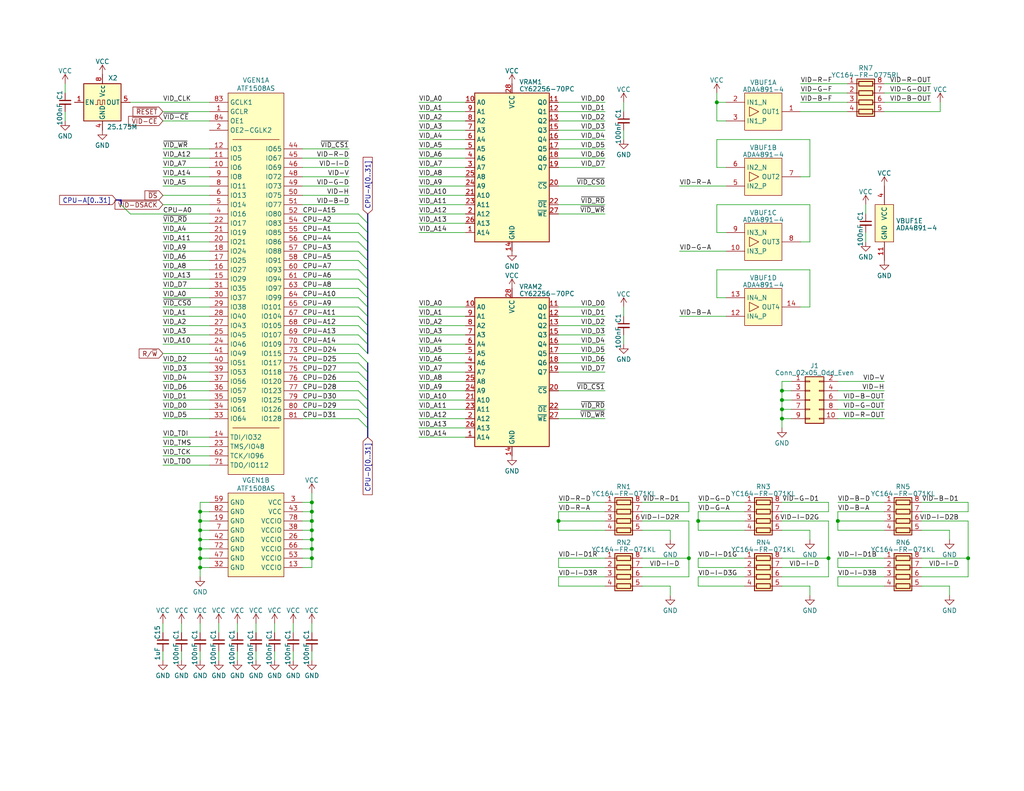
<source format=kicad_sch>
(kicad_sch (version 20230121) (generator eeschema)
  (paper "USLetter")
  (title_block (title "Wrap030 ITX") (date "2023-03-15") (rev "0") (company "techav"))
  (junction (at 54.61 139.7))
  (junction (at 85.09 144.78))
  (junction (at 85.09 149.86))
  (junction (at 228.6 142.24))
  (junction (at 226.06 152.4))
  (junction (at 213.36 111.76))
  (junction (at 54.61 154.94))
  (junction (at 264.16 152.4))
  (junction (at 85.09 152.4))
  (junction (at 85.09 137.16))
  (junction (at 85.09 147.32))
  (junction (at 54.61 152.4))
  (junction (at 213.36 106.68))
  (junction (at 85.09 142.24))
  (junction (at 85.09 139.7))
  (junction (at 54.61 142.24))
  (junction (at 190.5 142.24))
  (junction (at 54.61 149.86))
  (junction (at 54.61 147.32))
  (junction (at 213.36 114.3))
  (junction (at 195.58 27.94))
  (junction (at 54.61 144.78))
  (junction (at 213.36 109.22))
  (junction (at 187.96 152.4))
  (junction (at 152.4 142.24))
  (bus_entry (at 100.33 86.36) (size -2.54 -2.54))
  (bus_entry (at 100.33 96.52) (size -2.54 -2.54))
  (bus_entry (at 100.33 91.44) (size -2.54 -2.54))
  (bus_entry (at 100.33 93.98) (size -2.54 -2.54))
  (bus_entry (at 33.02 55.88) (size 2.54 2.54))
  (bus_entry (at 100.33 106.68) (size -2.54 -2.54))
  (bus_entry (at 100.33 88.9) (size -2.54 -2.54))
  (bus_entry (at 100.33 116.84) (size -2.54 -2.54))
  (bus_entry (at 100.33 63.5) (size -2.54 -2.54))
  (bus_entry (at 100.33 66.04) (size -2.54 -2.54))
  (bus_entry (at 100.33 114.3) (size -2.54 -2.54))
  (bus_entry (at 100.33 81.28) (size -2.54 -2.54))
  (bus_entry (at 100.33 60.96) (size -2.54 -2.54))
  (bus_entry (at 100.33 111.76) (size -2.54 -2.54))
  (bus_entry (at 100.33 68.58) (size -2.54 -2.54))
  (bus_entry (at 100.33 83.82) (size -2.54 -2.54))
  (bus_entry (at 100.33 99.06) (size -2.54 -2.54))
  (bus_entry (at 100.33 109.22) (size -2.54 -2.54))
  (bus_entry (at 100.33 76.2) (size -2.54 -2.54))
  (bus_entry (at 100.33 73.66) (size -2.54 -2.54))
  (bus_entry (at 100.33 71.12) (size -2.54 -2.54))
  (bus_entry (at 100.33 78.74) (size -2.54 -2.54))
  (bus_entry (at 100.33 101.6) (size -2.54 -2.54))
  (bus_entry (at 100.33 104.14) (size -2.54 -2.54))
  (wire (pts (xy 195.58 45.72) (xy 195.58 38.1)))
  (wire (pts (xy 218.44 30.48) (xy 231.14 30.48)))
  (wire (pts (xy 228.6 154.94) (xy 241.3 154.94)))
  (wire (pts (xy 82.55 99.06) (xy 97.79 99.06)))
  (wire (pts (xy 190.5 142.24) (xy 190.5 144.78)))
  (wire (pts (xy 251.46 137.16) (xy 264.16 137.16)))
  (wire (pts (xy 152.4 152.4) (xy 152.4 154.94)))
  (wire (pts (xy 54.61 137.16) (xy 54.61 139.7)))
  (wire (pts (xy 231.14 22.86) (xy 218.44 22.86)))
  (wire (pts (xy 190.5 139.7) (xy 203.2 139.7)))
  (wire (pts (xy 44.45 33.02) (xy 57.15 33.02)))
  (wire (pts (xy 213.36 137.16) (xy 226.06 137.16)))
  (wire (pts (xy 44.45 30.48) (xy 57.15 30.48)))
  (wire (pts (xy 218.44 83.82) (xy 220.98 83.82)))
  (wire (pts (xy 54.61 144.78) (xy 57.15 144.78)))
  (wire (pts (xy 74.93 170.18) (xy 74.93 172.72)))
  (wire (pts (xy 152.4 30.48) (xy 165.1 30.48)))
  (wire (pts (xy 80.01 170.18) (xy 80.01 172.72)))
  (wire (pts (xy 185.42 50.8) (xy 198.12 50.8)))
  (wire (pts (xy 44.45 127) (xy 57.15 127)))
  (wire (pts (xy 190.5 160.02) (xy 203.2 160.02)))
  (wire (pts (xy 190.5 154.94) (xy 203.2 154.94)))
  (wire (pts (xy 175.26 157.48) (xy 187.96 157.48)))
  (wire (pts (xy 152.4 27.94) (xy 165.1 27.94)))
  (wire (pts (xy 251.46 154.94) (xy 261.62 154.94)))
  (wire (pts (xy 82.55 111.76) (xy 97.79 111.76)))
  (wire (pts (xy 218.44 27.94) (xy 231.14 27.94)))
  (wire (pts (xy 82.55 45.72) (xy 95.25 45.72)))
  (wire (pts (xy 85.09 144.78) (xy 85.09 147.32)))
  (wire (pts (xy 82.55 96.52) (xy 97.79 96.52)))
  (wire (pts (xy 54.61 139.7) (xy 54.61 142.24)))
  (wire (pts (xy 82.55 106.68) (xy 97.79 106.68)))
  (wire (pts (xy 213.36 111.76) (xy 215.9 111.76)))
  (wire (pts (xy 195.58 38.1) (xy 220.98 38.1)))
  (wire (pts (xy 228.6 114.3) (xy 241.3 114.3)))
  (wire (pts (xy 114.3 40.64) (xy 127 40.64)))
  (bus (pts (xy 100.33 101.6) (xy 100.33 104.14)))
  (wire (pts (xy 44.45 124.46) (xy 57.15 124.46)))
  (wire (pts (xy 228.6 137.16) (xy 241.3 137.16)))
  (wire (pts (xy 44.45 101.6) (xy 57.15 101.6)))
  (wire (pts (xy 82.55 40.64) (xy 95.25 40.64)))
  (wire (pts (xy 152.4 45.72) (xy 165.1 45.72)))
  (wire (pts (xy 44.45 40.64) (xy 57.15 40.64)))
  (wire (pts (xy 152.4 33.02) (xy 165.1 33.02)))
  (wire (pts (xy 152.4 86.36) (xy 165.1 86.36)))
  (wire (pts (xy 198.12 81.28) (xy 195.58 81.28)))
  (bus (pts (xy 100.33 83.82) (xy 100.33 86.36)))
  (bus (pts (xy 100.33 68.58) (xy 100.33 71.12)))
  (wire (pts (xy 152.4 142.24) (xy 165.1 142.24)))
  (wire (pts (xy 54.61 137.16) (xy 57.15 137.16)))
  (wire (pts (xy 82.55 68.58) (xy 97.79 68.58)))
  (wire (pts (xy 228.6 106.68) (xy 241.3 106.68)))
  (wire (pts (xy 152.4 91.44) (xy 165.1 91.44)))
  (wire (pts (xy 114.3 33.02) (xy 127 33.02)))
  (wire (pts (xy 49.53 170.18) (xy 49.53 172.72)))
  (wire (pts (xy 175.26 154.94) (xy 185.42 154.94)))
  (wire (pts (xy 220.98 160.02) (xy 213.36 160.02)))
  (wire (pts (xy 152.4 38.1) (xy 165.1 38.1)))
  (wire (pts (xy 228.6 139.7) (xy 228.6 142.24)))
  (wire (pts (xy 114.3 119.38) (xy 127 119.38)))
  (wire (pts (xy 114.3 27.94) (xy 127 27.94)))
  (wire (pts (xy 82.55 58.42) (xy 97.79 58.42)))
  (wire (pts (xy 17.78 22.86) (xy 17.78 25.4)))
  (wire (pts (xy 44.45 78.74) (xy 57.15 78.74)))
  (wire (pts (xy 114.3 111.76) (xy 127 111.76)))
  (wire (pts (xy 152.4 157.48) (xy 152.4 160.02)))
  (wire (pts (xy 228.6 142.24) (xy 228.6 144.78)))
  (wire (pts (xy 226.06 142.24) (xy 226.06 152.4)))
  (wire (pts (xy 44.45 88.9) (xy 57.15 88.9)))
  (wire (pts (xy 185.42 86.36) (xy 198.12 86.36)))
  (wire (pts (xy 152.4 157.48) (xy 165.1 157.48)))
  (wire (pts (xy 54.61 170.18) (xy 54.61 172.72)))
  (wire (pts (xy 165.1 58.42) (xy 152.4 58.42)))
  (wire (pts (xy 170.18 93.98) (xy 170.18 91.44)))
  (wire (pts (xy 213.36 157.48) (xy 226.06 157.48)))
  (wire (pts (xy 256.54 30.48) (xy 256.54 27.94)))
  (bus (pts (xy 100.33 63.5) (xy 100.33 66.04)))
  (wire (pts (xy 220.98 38.1) (xy 220.98 48.26)))
  (wire (pts (xy 241.3 27.94) (xy 254 27.94)))
  (wire (pts (xy 44.45 114.3) (xy 57.15 114.3)))
  (wire (pts (xy 251.46 142.24) (xy 264.16 142.24)))
  (bus (pts (xy 100.33 93.98) (xy 100.33 96.52)))
  (wire (pts (xy 44.45 81.28) (xy 57.15 81.28)))
  (wire (pts (xy 59.69 180.34) (xy 59.69 177.8)))
  (wire (pts (xy 220.98 162.56) (xy 220.98 160.02)))
  (wire (pts (xy 195.58 27.94) (xy 198.12 27.94)))
  (wire (pts (xy 152.4 88.9) (xy 165.1 88.9)))
  (wire (pts (xy 190.5 157.48) (xy 190.5 160.02)))
  (bus (pts (xy 100.33 91.44) (xy 100.33 93.98)))
  (bus (pts (xy 100.33 114.3) (xy 100.33 116.84)))
  (wire (pts (xy 220.98 144.78) (xy 213.36 144.78)))
  (wire (pts (xy 114.3 38.1) (xy 127 38.1)))
  (wire (pts (xy 241.3 22.86) (xy 254 22.86)))
  (wire (pts (xy 259.08 147.32) (xy 259.08 144.78)))
  (wire (pts (xy 82.55 142.24) (xy 85.09 142.24)))
  (wire (pts (xy 44.45 170.18) (xy 44.45 172.72)))
  (wire (pts (xy 82.55 104.14) (xy 97.79 104.14)))
  (wire (pts (xy 175.26 139.7) (xy 187.96 139.7)))
  (wire (pts (xy 165.1 50.8) (xy 152.4 50.8)))
  (wire (pts (xy 198.12 33.02) (xy 195.58 33.02)))
  (wire (pts (xy 220.98 73.66) (xy 220.98 83.82)))
  (wire (pts (xy 213.36 111.76) (xy 213.36 114.3)))
  (wire (pts (xy 82.55 114.3) (xy 97.79 114.3)))
  (wire (pts (xy 44.45 99.06) (xy 57.15 99.06)))
  (wire (pts (xy 165.1 111.76) (xy 152.4 111.76)))
  (wire (pts (xy 54.61 139.7) (xy 57.15 139.7)))
  (bus (pts (xy 100.33 111.76) (xy 100.33 114.3)))
  (wire (pts (xy 114.3 114.3) (xy 127 114.3)))
  (wire (pts (xy 114.3 96.52) (xy 127 96.52)))
  (wire (pts (xy 264.16 142.24) (xy 264.16 152.4)))
  (wire (pts (xy 114.3 104.14) (xy 127 104.14)))
  (wire (pts (xy 213.36 106.68) (xy 213.36 109.22)))
  (wire (pts (xy 82.55 76.2) (xy 97.79 76.2)))
  (wire (pts (xy 182.88 160.02) (xy 175.26 160.02)))
  (wire (pts (xy 165.1 55.88) (xy 152.4 55.88)))
  (wire (pts (xy 114.3 101.6) (xy 127 101.6)))
  (wire (pts (xy 114.3 35.56) (xy 127 35.56)))
  (wire (pts (xy 218.44 25.4) (xy 231.14 25.4)))
  (wire (pts (xy 114.3 91.44) (xy 127 91.44)))
  (wire (pts (xy 54.61 180.34) (xy 54.61 177.8)))
  (wire (pts (xy 213.36 106.68) (xy 215.9 106.68)))
  (wire (pts (xy 259.08 144.78) (xy 251.46 144.78)))
  (wire (pts (xy 213.36 109.22) (xy 213.36 111.76)))
  (wire (pts (xy 182.88 144.78) (xy 175.26 144.78)))
  (wire (pts (xy 82.55 50.8) (xy 95.25 50.8)))
  (wire (pts (xy 165.1 114.3) (xy 152.4 114.3)))
  (wire (pts (xy 213.36 114.3) (xy 215.9 114.3)))
  (wire (pts (xy 54.61 149.86) (xy 54.61 152.4)))
  (wire (pts (xy 44.45 55.88) (xy 57.15 55.88)))
  (wire (pts (xy 44.45 53.34) (xy 57.15 53.34)))
  (wire (pts (xy 228.6 111.76) (xy 241.3 111.76)))
  (wire (pts (xy 195.58 63.5) (xy 195.58 55.88)))
  (wire (pts (xy 44.45 180.34) (xy 44.45 177.8)))
  (wire (pts (xy 152.4 142.24) (xy 152.4 144.78)))
  (wire (pts (xy 226.06 137.16) (xy 226.06 139.7)))
  (wire (pts (xy 44.45 104.14) (xy 57.15 104.14)))
  (wire (pts (xy 165.1 106.68) (xy 152.4 106.68)))
  (wire (pts (xy 82.55 83.82) (xy 97.79 83.82)))
  (wire (pts (xy 85.09 152.4) (xy 85.09 154.94)))
  (wire (pts (xy 190.5 137.16) (xy 203.2 137.16)))
  (wire (pts (xy 114.3 43.18) (xy 127 43.18)))
  (wire (pts (xy 44.45 71.12) (xy 57.15 71.12)))
  (wire (pts (xy 198.12 63.5) (xy 195.58 63.5)))
  (wire (pts (xy 152.4 93.98) (xy 165.1 93.98)))
  (wire (pts (xy 195.58 55.88) (xy 220.98 55.88)))
  (wire (pts (xy 236.22 55.88) (xy 236.22 58.42)))
  (bus (pts (xy 100.33 71.12) (xy 100.33 73.66)))
  (wire (pts (xy 82.55 60.96) (xy 97.79 60.96)))
  (wire (pts (xy 114.3 53.34) (xy 127 53.34)))
  (wire (pts (xy 195.58 27.94) (xy 195.58 25.4)))
  (wire (pts (xy 44.45 96.52) (xy 57.15 96.52)))
  (wire (pts (xy 35.56 58.42) (xy 57.15 58.42)))
  (wire (pts (xy 152.4 144.78) (xy 165.1 144.78)))
  (wire (pts (xy 114.3 48.26) (xy 127 48.26)))
  (wire (pts (xy 185.42 68.58) (xy 198.12 68.58)))
  (wire (pts (xy 44.45 106.68) (xy 57.15 106.68)))
  (wire (pts (xy 251.46 152.4) (xy 264.16 152.4)))
  (wire (pts (xy 215.9 104.14) (xy 213.36 104.14)))
  (bus (pts (xy 100.33 99.06) (xy 100.33 101.6)))
  (wire (pts (xy 213.36 114.3) (xy 213.36 116.84)))
  (wire (pts (xy 82.55 48.26) (xy 95.25 48.26)))
  (bus (pts (xy 100.33 104.14) (xy 100.33 106.68)))
  (wire (pts (xy 82.55 154.94) (xy 85.09 154.94)))
  (wire (pts (xy 82.55 86.36) (xy 97.79 86.36)))
  (wire (pts (xy 44.45 119.38) (xy 57.15 119.38)))
  (wire (pts (xy 228.6 157.48) (xy 228.6 160.02)))
  (wire (pts (xy 44.45 50.8) (xy 57.15 50.8)))
  (wire (pts (xy 82.55 55.88) (xy 95.25 55.88)))
  (wire (pts (xy 82.55 149.86) (xy 85.09 149.86)))
  (wire (pts (xy 85.09 142.24) (xy 85.09 144.78)))
  (wire (pts (xy 85.09 147.32) (xy 85.09 149.86)))
  (wire (pts (xy 74.93 180.34) (xy 74.93 177.8)))
  (wire (pts (xy 17.78 33.02) (xy 17.78 30.48)))
  (wire (pts (xy 182.88 162.56) (xy 182.88 160.02)))
  (wire (pts (xy 228.6 139.7) (xy 241.3 139.7)))
  (wire (pts (xy 54.61 147.32) (xy 57.15 147.32)))
  (wire (pts (xy 228.6 109.22) (xy 241.3 109.22)))
  (wire (pts (xy 114.3 86.36) (xy 127 86.36)))
  (wire (pts (xy 114.3 93.98) (xy 127 93.98)))
  (wire (pts (xy 198.12 45.72) (xy 195.58 45.72)))
  (wire (pts (xy 187.96 142.24) (xy 187.96 152.4)))
  (wire (pts (xy 152.4 154.94) (xy 165.1 154.94)))
  (wire (pts (xy 213.36 154.94) (xy 223.52 154.94)))
  (wire (pts (xy 190.5 144.78) (xy 203.2 144.78)))
  (wire (pts (xy 195.58 33.02) (xy 195.58 27.94)))
  (wire (pts (xy 44.45 60.96) (xy 57.15 60.96)))
  (wire (pts (xy 218.44 48.26) (xy 220.98 48.26)))
  (wire (pts (xy 82.55 71.12) (xy 97.79 71.12)))
  (wire (pts (xy 228.6 152.4) (xy 241.3 152.4)))
  (bus (pts (xy 100.33 116.84) (xy 100.33 119.38)))
  (wire (pts (xy 82.55 101.6) (xy 97.79 101.6)))
  (wire (pts (xy 190.5 157.48) (xy 203.2 157.48)))
  (wire (pts (xy 114.3 50.8) (xy 127 50.8)))
  (wire (pts (xy 170.18 27.94) (xy 170.18 30.48)))
  (wire (pts (xy 114.3 83.82) (xy 127 83.82)))
  (wire (pts (xy 182.88 147.32) (xy 182.88 144.78)))
  (wire (pts (xy 82.55 78.74) (xy 97.79 78.74)))
  (wire (pts (xy 228.6 144.78) (xy 241.3 144.78)))
  (wire (pts (xy 175.26 152.4) (xy 187.96 152.4)))
  (wire (pts (xy 152.4 83.82) (xy 165.1 83.82)))
  (wire (pts (xy 220.98 147.32) (xy 220.98 144.78)))
  (wire (pts (xy 54.61 142.24) (xy 54.61 144.78)))
  (wire (pts (xy 44.45 68.58) (xy 57.15 68.58)))
  (bus (pts (xy 100.33 78.74) (xy 100.33 81.28)))
  (wire (pts (xy 152.4 40.64) (xy 165.1 40.64)))
  (wire (pts (xy 152.4 139.7) (xy 152.4 142.24)))
  (wire (pts (xy 114.3 45.72) (xy 127 45.72)))
  (wire (pts (xy 69.85 180.34) (xy 69.85 177.8)))
  (bus (pts (xy 100.33 66.04) (xy 100.33 68.58)))
  (bus (pts (xy 33.02 54.61) (xy 33.02 55.88)))
  (wire (pts (xy 44.45 86.36) (xy 57.15 86.36)))
  (wire (pts (xy 228.6 104.14) (xy 241.3 104.14)))
  (wire (pts (xy 152.4 35.56) (xy 165.1 35.56)))
  (wire (pts (xy 114.3 30.48) (xy 127 30.48)))
  (wire (pts (xy 85.09 149.86) (xy 85.09 152.4)))
  (wire (pts (xy 85.09 170.18) (xy 85.09 172.72)))
  (wire (pts (xy 82.55 152.4) (xy 85.09 152.4)))
  (wire (pts (xy 82.55 137.16) (xy 85.09 137.16)))
  (wire (pts (xy 44.45 45.72) (xy 57.15 45.72)))
  (wire (pts (xy 82.55 139.7) (xy 85.09 139.7)))
  (wire (pts (xy 152.4 152.4) (xy 165.1 152.4)))
  (wire (pts (xy 114.3 88.9) (xy 127 88.9)))
  (wire (pts (xy 114.3 60.96) (xy 127 60.96)))
  (wire (pts (xy 85.09 180.34) (xy 85.09 177.8)))
  (wire (pts (xy 44.45 63.5) (xy 57.15 63.5)))
  (wire (pts (xy 44.45 43.18) (xy 57.15 43.18)))
  (wire (pts (xy 175.26 142.24) (xy 187.96 142.24)))
  (wire (pts (xy 44.45 111.76) (xy 57.15 111.76)))
  (bus (pts (xy 100.33 60.96) (xy 100.33 63.5)))
  (wire (pts (xy 228.6 142.24) (xy 241.3 142.24)))
  (wire (pts (xy 44.45 109.22) (xy 57.15 109.22)))
  (wire (pts (xy 80.01 180.34) (xy 80.01 177.8)))
  (wire (pts (xy 82.55 91.44) (xy 97.79 91.44)))
  (wire (pts (xy 82.55 109.22) (xy 97.79 109.22)))
  (wire (pts (xy 152.4 160.02) (xy 165.1 160.02)))
  (wire (pts (xy 175.26 137.16) (xy 187.96 137.16)))
  (wire (pts (xy 264.16 152.4) (xy 264.16 157.48)))
  (wire (pts (xy 82.55 81.28) (xy 97.79 81.28)))
  (wire (pts (xy 82.55 144.78) (xy 85.09 144.78)))
  (wire (pts (xy 44.45 66.04) (xy 57.15 66.04)))
  (wire (pts (xy 114.3 116.84) (xy 127 116.84)))
  (wire (pts (xy 114.3 55.88) (xy 127 55.88)))
  (wire (pts (xy 152.4 96.52) (xy 165.1 96.52)))
  (wire (pts (xy 82.55 88.9) (xy 97.79 88.9)))
  (wire (pts (xy 190.5 152.4) (xy 190.5 154.94)))
  (wire (pts (xy 251.46 139.7) (xy 264.16 139.7)))
  (wire (pts (xy 187.96 137.16) (xy 187.96 139.7)))
  (wire (pts (xy 170.18 83.82) (xy 170.18 86.36)))
  (wire (pts (xy 44.45 121.92) (xy 57.15 121.92)))
  (wire (pts (xy 213.36 142.24) (xy 226.06 142.24)))
  (wire (pts (xy 82.55 63.5) (xy 97.79 63.5)))
  (wire (pts (xy 251.46 157.48) (xy 264.16 157.48)))
  (bus (pts (xy 100.33 106.68) (xy 100.33 109.22)))
  (wire (pts (xy 82.55 53.34) (xy 95.25 53.34)))
  (wire (pts (xy 190.5 152.4) (xy 203.2 152.4)))
  (bus (pts (xy 100.33 73.66) (xy 100.33 76.2)))
  (wire (pts (xy 44.45 83.82) (xy 57.15 83.82)))
  (wire (pts (xy 54.61 152.4) (xy 57.15 152.4)))
  (wire (pts (xy 69.85 170.18) (xy 69.85 172.72)))
  (bus (pts (xy 100.33 86.36) (xy 100.33 88.9)))
  (wire (pts (xy 44.45 73.66) (xy 57.15 73.66)))
  (bus (pts (xy 100.33 76.2) (xy 100.33 78.74)))
  (wire (pts (xy 85.09 139.7) (xy 85.09 142.24)))
  (wire (pts (xy 259.08 162.56) (xy 259.08 160.02)))
  (wire (pts (xy 190.5 139.7) (xy 190.5 142.24)))
  (wire (pts (xy 228.6 157.48) (xy 241.3 157.48)))
  (wire (pts (xy 241.3 30.48) (xy 256.54 30.48)))
  (bus (pts (xy 100.33 81.28) (xy 100.33 83.82)))
  (wire (pts (xy 170.18 38.1) (xy 170.18 35.56)))
  (wire (pts (xy 64.77 170.18) (xy 64.77 172.72)))
  (wire (pts (xy 44.45 76.2) (xy 57.15 76.2)))
  (wire (pts (xy 82.55 93.98) (xy 97.79 93.98)))
  (wire (pts (xy 54.61 142.24) (xy 57.15 142.24)))
  (bus (pts (xy 100.33 109.22) (xy 100.33 111.76)))
  (wire (pts (xy 54.61 152.4) (xy 54.61 154.94)))
  (wire (pts (xy 264.16 137.16) (xy 264.16 139.7)))
  (bus (pts (xy 100.33 58.42) (xy 100.33 60.96)))
  (wire (pts (xy 213.36 104.14) (xy 213.36 106.68)))
  (wire (pts (xy 213.36 152.4) (xy 226.06 152.4)))
  (wire (pts (xy 152.4 137.16) (xy 165.1 137.16)))
  (wire (pts (xy 152.4 101.6) (xy 165.1 101.6)))
  (wire (pts (xy 195.58 73.66) (xy 220.98 73.66)))
  (wire (pts (xy 114.3 109.22) (xy 127 109.22)))
  (wire (pts (xy 54.61 154.94) (xy 54.61 157.48)))
  (wire (pts (xy 226.06 152.4) (xy 226.06 157.48)))
  (wire (pts (xy 241.3 25.4) (xy 254 25.4)))
  (wire (pts (xy 82.55 147.32) (xy 85.09 147.32)))
  (wire (pts (xy 213.36 109.22) (xy 215.9 109.22)))
  (wire (pts (xy 82.55 66.04) (xy 97.79 66.04)))
  (wire (pts (xy 114.3 99.06) (xy 127 99.06)))
  (wire (pts (xy 152.4 99.06) (xy 165.1 99.06)))
  (bus (pts (xy 33.02 54.61) (xy 31.75 54.61)))
  (wire (pts (xy 54.61 154.94) (xy 57.15 154.94)))
  (wire (pts (xy 187.96 152.4) (xy 187.96 157.48)))
  (wire (pts (xy 85.09 137.16) (xy 85.09 139.7)))
  (wire (pts (xy 44.45 91.44) (xy 57.15 91.44)))
  (wire (pts (xy 218.44 66.04) (xy 220.98 66.04)))
  (wire (pts (xy 82.55 43.18) (xy 95.25 43.18)))
  (wire (pts (xy 35.56 27.94) (xy 57.15 27.94)))
  (wire (pts (xy 114.3 58.42) (xy 127 58.42)))
  (wire (pts (xy 213.36 139.7) (xy 226.06 139.7)))
  (wire (pts (xy 54.61 147.32) (xy 54.61 149.86)))
  (wire (pts (xy 220.98 55.88) (xy 220.98 66.04)))
  (wire (pts (xy 195.58 81.28) (xy 195.58 73.66)))
  (wire (pts (xy 54.61 144.78) (xy 54.61 147.32)))
  (wire (pts (xy 82.55 73.66) (xy 97.79 73.66)))
  (wire (pts (xy 190.5 142.24) (xy 203.2 142.24)))
  (wire (pts (xy 44.45 48.26) (xy 57.15 48.26)))
  (wire (pts (xy 152.4 43.18) (xy 165.1 43.18)))
  (wire (pts (xy 114.3 63.5) (xy 127 63.5)))
  (wire (pts (xy 49.53 180.34) (xy 49.53 177.8)))
  (wire (pts (xy 64.77 180.34) (xy 64.77 177.8)))
  (wire (pts (xy 152.4 139.7) (xy 165.1 139.7)))
  (bus (pts (xy 100.33 88.9) (xy 100.33 91.44)))
  (wire (pts (xy 54.61 149.86) (xy 57.15 149.86)))
  (wire (pts (xy 259.08 160.02) (xy 251.46 160.02)))
  (wire (pts (xy 236.22 66.04) (xy 236.22 63.5)))
  (wire (pts (xy 44.45 93.98) (xy 57.15 93.98)))
  (wire (pts (xy 85.09 134.62) (xy 85.09 137.16)))
  (wire (pts (xy 114.3 106.68) (xy 127 106.68)))
  (wire (pts (xy 228.6 160.02) (xy 241.3 160.02)))
  (wire (pts (xy 228.6 152.4) (xy 228.6 154.94)))
  (wire (pts (xy 59.69 170.18) (xy 59.69 172.72)))
  (label "VID-I-D3G" (at 190.5 157.48 0))
  (label "CPU-D24" (at 82.55 96.52 0))
  (label "VID_A2" (at 44.45 88.9 0))
  (label "VID-I-D2R" (at 185.42 142.24 180))
  (label "VID_A11" (at 114.3 111.76 0))
  (label "VID_D3" (at 165.1 91.44 180))
  (label "VID_A3" (at 44.45 91.44 0))
  (label "VID_A8" (at 44.45 73.66 0))
  (label "VID_D1" (at 44.45 109.22 0))
  (label "CPU-A6" (at 82.55 76.2 0))
  (label "VID_D0" (at 44.45 111.76 0))
  (label "VID-R-OUT" (at 254 22.86 180))
  (label "VID-I-D1R" (at 152.4 152.4 0))
  (label "VID-R-D" (at 95.25 43.18 180))
  (label "VID-B-D1" (at 261.62 137.16 180))
  (label "~{VID_CS0}" (at 165.1 50.8 180))
  (label "VID_D4" (at 165.1 93.98 180))
  (label "VID_A12" (at 114.3 58.42 0))
  (label "CPU-D31" (at 82.55 114.3 0))
  (label "VID_D5" (at 165.1 40.64 180))
  (label "VID-I-D" (at 261.62 154.94 180))
  (label "VID-R-F" (at 218.44 22.86 0))
  (label "VID_A10" (at 44.45 93.98 0))
  (label "VID_A11" (at 114.3 55.88 0))
  (label "VID_D2" (at 165.1 33.02 180))
  (label "VID-G-F" (at 218.44 25.4 0))
  (label "~{VID_CS1}" (at 95.25 40.64 180))
  (label "VID_D6" (at 44.45 106.68 0))
  (label "VID_A1" (at 44.45 86.36 0))
  (label "VID-R-D1" (at 185.42 137.16 180))
  (label "CPU-A3" (at 82.55 68.58 0))
  (label "VID_A8" (at 114.3 104.14 0))
  (label "VID-B-A" (at 185.42 86.36 0))
  (label "VID_A0" (at 114.3 27.94 0))
  (label "VID_D3" (at 44.45 101.6 0))
  (label "CPU-A8" (at 82.55 78.74 0))
  (label "VID_A4" (at 114.3 38.1 0))
  (label "VID_D2" (at 165.1 88.9 180))
  (label "VID_D6" (at 165.1 43.18 180))
  (label "VID_D5" (at 44.45 114.3 0))
  (label "VID-H" (at 95.25 53.34 180))
  (label "VID-I-D1G" (at 190.5 152.4 0))
  (label "VID_A0" (at 114.3 83.82 0))
  (label "VID_TDO" (at 44.45 127 0))
  (label "VID-I-D2G" (at 223.52 142.24 180))
  (label "VID_A12" (at 114.3 114.3 0))
  (label "VID-B-OUT" (at 254 27.94 180))
  (label "CPU-D30" (at 82.55 109.22 0))
  (label "VID_D5" (at 165.1 96.52 180))
  (label "VID_A2" (at 114.3 33.02 0))
  (label "CPU-A7" (at 82.55 73.66 0))
  (label "VID_A3" (at 114.3 35.56 0))
  (label "VID-V" (at 241.3 104.14 180))
  (label "VID-R-OUT" (at 241.3 114.3 180))
  (label "~{VID_CS0}" (at 44.45 83.82 0))
  (label "VID-G-D1" (at 223.52 137.16 180))
  (label "VID_D4" (at 165.1 38.1 180))
  (label "VID_A4" (at 114.3 93.98 0))
  (label "CPU-D26" (at 82.55 104.14 0))
  (label "VID_A14" (at 114.3 63.5 0))
  (label "VID_A9" (at 44.45 68.58 0))
  (label "VID-I-D1B" (at 228.6 152.4 0))
  (label "VID_A11" (at 44.45 66.04 0))
  (label "~{VID_RD}" (at 44.45 60.96 0))
  (label "VID-I-D2B" (at 261.62 142.24 180))
  (label "CPU-A5" (at 82.55 71.12 0))
  (label "VID-R-A" (at 185.42 50.8 0))
  (label "VID_A5" (at 114.3 40.64 0))
  (label "VID-B-A" (at 228.6 139.7 0))
  (label "CPU-D29" (at 82.55 111.76 0))
  (label "CPU-A4" (at 82.55 66.04 0))
  (label "~{VID_WR}" (at 44.45 40.64 0))
  (label "VID_D1" (at 165.1 30.48 180))
  (label "VID_A13" (at 114.3 116.84 0))
  (label "CPU-A9" (at 82.55 83.82 0))
  (label "VID_CLK" (at 44.45 27.94 0))
  (label "VID-B-F" (at 218.44 27.94 0))
  (label "VID_TMS" (at 44.45 121.92 0))
  (label "VID-V" (at 95.25 48.26 180))
  (label "VID_A3" (at 114.3 91.44 0))
  (label "~{VID-CE}" (at 44.45 33.02 0))
  (label "VID_A12" (at 44.45 43.18 0))
  (label "CPU-A11" (at 82.55 86.36 0))
  (label "VID-I-D3B" (at 228.6 157.48 0))
  (label "VID_A1" (at 114.3 86.36 0))
  (label "VID_D6" (at 165.1 99.06 180))
  (label "VID_D2" (at 44.45 99.06 0))
  (label "VID-B-OUT" (at 241.3 109.22 180))
  (label "VID-B-D" (at 228.6 137.16 0))
  (label "VID_A10" (at 114.3 53.34 0))
  (label "VID_A4" (at 44.45 63.5 0))
  (label "~{VID_WR}" (at 165.1 114.3 180))
  (label "CPU-A13" (at 82.55 91.44 0))
  (label "VID_A10" (at 114.3 109.22 0))
  (label "VID_D0" (at 165.1 27.94 180))
  (label "VID-I-D3R" (at 152.4 157.48 0))
  (label "VID_A8" (at 114.3 48.26 0))
  (label "~{VID_RD}" (at 165.1 55.88 180))
  (label "VID_A13" (at 114.3 60.96 0))
  (label "VID-I-D" (at 185.42 154.94 180))
  (label "VID-G-A" (at 190.5 139.7 0))
  (label "CPU-A10" (at 82.55 81.28 0))
  (label "VID_A9" (at 114.3 106.68 0))
  (label "CPU-D28" (at 82.55 106.68 0))
  (label "VID_A6" (at 44.45 71.12 0))
  (label "VID-G-OUT" (at 254 25.4 180))
  (label "VID-H" (at 241.3 106.68 180))
  (label "VID_D0" (at 165.1 83.82 180))
  (label "CPU-D25" (at 82.55 99.06 0))
  (label "VID_A2" (at 114.3 88.9 0))
  (label "~{VID_RD}" (at 165.1 111.76 180))
  (label "VID_D7" (at 165.1 45.72 180))
  (label "CPU-D27" (at 82.55 101.6 0))
  (label "VID_A5" (at 114.3 96.52 0))
  (label "VID_A6" (at 114.3 43.18 0))
  (label "~{VID_WR}" (at 165.1 58.42 180))
  (label "VID-G-D" (at 190.5 137.16 0))
  (label "VID_D4" (at 44.45 104.14 0))
  (label "VID-G-OUT" (at 241.3 111.76 180))
  (label "VID_A7" (at 44.45 45.72 0))
  (label "VID_TCK" (at 44.45 124.46 0))
  (label "CPU-A2" (at 82.55 60.96 0))
  (label "CPU-A14" (at 82.55 93.98 0))
  (label "VID_D7" (at 165.1 101.6 180))
  (label "CPU-A12" (at 82.55 88.9 0))
  (label "VID_A5" (at 44.45 50.8 0))
  (label "CPU-A0" (at 44.45 58.42 0))
  (label "CPU-A1" (at 82.55 63.5 0))
  (label "~{VID_CS1}" (at 165.1 106.68 180))
  (label "VID_D3" (at 165.1 35.56 180))
  (label "VID-R-A" (at 152.4 139.7 0))
  (label "VID_D7" (at 44.45 78.74 0))
  (label "VID-R-D" (at 152.4 137.16 0))
  (label "VID_A14" (at 44.45 48.26 0))
  (label "VID_TDI" (at 44.45 119.38 0))
  (label "VID_A13" (at 44.45 76.2 0))
  (label "CPU-A15" (at 82.55 58.42 0))
  (label "VID-G-A" (at 185.42 68.58 0))
  (label "VID-G-D" (at 95.25 50.8 180))
  (label "VID_A7" (at 114.3 45.72 0))
  (label "VID-B-D" (at 95.25 55.88 180))
  (label "VID_A6" (at 114.3 99.06 0))
  (label "VID_A1" (at 114.3 30.48 0))
  (label "VID_A0" (at 44.45 81.28 0))
  (label "VID_A9" (at 114.3 50.8 0))
  (label "VID_A7" (at 114.3 101.6 0))
  (label "VID-I-D" (at 223.52 154.94 180))
  (label "VID-I-D" (at 95.25 45.72 180))
  (label "VID_D1" (at 165.1 86.36 180))
  (label "VID_A14" (at 114.3 119.38 0))
  (global_label "~{VID-CE}" (shape input) (at 44.45 33.02 180) (property "Intersheetrefs" "${INTERSHEET_REFS}" (effects hide)))
  (global_label "R{slash}~{W}" (shape input) (at 44.45 96.52 180) (property "Intersheetrefs" "${INTERSHEET_REFS}" (effects hide)))
  (global_label "CPU-A[0..31]" (shape input) (at 100.33 58.42 90) (property "Intersheetrefs" "${INTERSHEET_REFS}" (effects hide)))
  (global_label "~{RESET}" (shape input) (at 44.45 30.48 180) (property "Intersheetrefs" "${INTERSHEET_REFS}" (effects hide)))
  (global_label "~{DS}" (shape input) (at 44.45 53.34 180) (property "Intersheetrefs" "${INTERSHEET_REFS}" (effects hide)))
  (global_label "~{VID-DSACK}" (shape input) (at 44.45 55.88 180) (property "Intersheetrefs" "${INTERSHEET_REFS}" (effects hide)))
  (global_label "CPU-A[0..31]" (shape input) (at 31.75 54.61 180) (property "Intersheetrefs" "${INTERSHEET_REFS}" (effects hide)))
  (global_label "CPU-D[0..31]" (shape input) (at 100.33 119.38 270) (property "Intersheetrefs" "${INTERSHEET_REFS}" (effects hide)))
  (symbol (lib_id "power:GND") (at 54.61 157.48 0) (unit 1)
    (property "Reference" "#PWR045" (effects hide))
    (property "Value" "GND" (at 54.61 161.6155 0))
  )
  (symbol (lib_id "Device:C_Small") (at 236.22 60.96 0) (unit 1)
    (property "Reference" "C1" (at 234.7341 60.3226 90) (effects (justify left)))
    (property "Value" "100nF" (at 234.7341 67.3236 90) (effects (justify left)))
    (property "Footprint" "Capacitor_SMD:C_0805_2012Metric" (effects hide))
    (instances (project "Wrap030-ITX" (path "" (reference "C1") (unit 1)) (path "" (reference "C32") (unit 1))))
  )
  (symbol (lib_id "Device:C_Small") (at 170.18 33.02 0) (unit 1)
    (property "Reference" "C1" (at 168.6941 32.3826 90) (effects (justify left)))
    (property "Value" "100nF" (at 168.6941 39.3836 90) (effects (justify left)))
    (property "Footprint" "Capacitor_SMD:C_0805_2012Metric" (effects hide))
    (instances (project "Wrap030-ITX" (path "" (reference "C1") (unit 1)) (path "" (reference "C28") (unit 1))))
  )
  (symbol (lib_id "Memory_RAM:CY62256-70PC") (at 139.7 101.6 0) (unit 1)
    (property "Reference" "VRAM2" (at 141.6559 78.2701 0) (effects (justify left)))
    (property "Value" "CY62256-70PC" (at 141.6559 80.1911 0) (effects (justify left)))
    (property "Footprint" "Package_DIP:DIP-28_W15.24mm" (effects hide))
    (property "Datasheet" "https://ecee.colorado.edu/~mcclurel/Cypress_SRAM_CY62256.pdf" (effects hide))
  )
  (symbol (lib_id "power:VCC") (at 139.7 78.74 0) (unit 1)
    (property "Reference" "#PWR043" (effects hide))
    (property "Value" "VCC" (at 139.7 75.2381 0))
  )
  (symbol (lib_id "Wrap030-ITX:ATF1508AS") (at 69.85 25.4 0) (unit 1)
    (property "Reference" "VGEN1" (at 69.85 21.8981 0))
    (property "Value" "ATF1508AS" (at 69.85 24.13 0))
    (property "Footprint" "Package_LCC:PLCC-84_THT-Socket" (effects hide))
  )
  (symbol (lib_id "Connector_Generic:Conn_02x05_Odd_Even") (at 220.98 109.22 0) (unit 1)
    (property "Reference" "J1" (at 222.25 99.8601 0))
    (property "Value" "Conn_02x05_Odd_Even" (at 222.25 101.7811 0))
  )
  (symbol (lib_id "power:VCC") (at 85.09 134.62 0) (unit 1)
    (property "Reference" "#PWR046" (effects hide))
    (property "Value" "VCC" (at 85.09 131.1181 0))
  )
  (symbol (lib_id "power:GND") (at 69.85 180.34 0) (unit 1)
    (property "Reference" "#PWR04" (effects hide))
    (property "Value" "GND" (at 69.85 184.4755 0))
    (instances (project "Wrap030-ITX" (path "" (reference "#PWR04") (unit 1)) (path "" (reference "#PWR058") (unit 1))))
  )
  (symbol (lib_id "Device:R_Pack04") (at 236.22 27.94 270) (unit 1)
    (property "Reference" "RN7" (at 236.22 18.5801 90))
    (property "Value" "YC164-FR-0775RL" (at 236.22 20.5011 90))
    (property "Footprint" "Resistor_SMD:R_Array_Convex_4x1206" (effects hide))
  )
  (symbol (lib_id "power:VCC") (at 80.01 170.18 0) (unit 1)
    (property "Reference" "#PWR03" (effects hide))
    (property "Value" "VCC" (at 80.01 166.6781 0))
    (instances (project "Wrap030-ITX" (path "" (reference "#PWR03") (unit 1)) (path "" (reference "#PWR061") (unit 1))))
  )
  (symbol (lib_id "power:GND") (at 44.45 180.34 0) (unit 1)
    (property "Reference" "#PWR032" (effects hide))
    (property "Value" "GND" (at 44.45 184.4755 0))
    (instances (project "Wrap030-ITX" (path "" (reference "#PWR032") (unit 1)) (path "" (reference "#PWR048") (unit 1))))
  )
  (symbol (lib_id "Wrap030-ITX:ATF1508AS") (at 69.85 134.62 0) (unit 2)
    (property "Reference" "VGEN1" (at 69.85 131.1181 0))
    (property "Value" "ATF1508AS" (at 69.85 133.35 0))
    (property "Footprint" "Package_LCC:PLCC-84_THT-Socket" (effects hide))
  )
  (symbol (lib_id "power:GND") (at 170.18 38.1 0) (unit 1)
    (property "Reference" "#PWR04" (effects hide))
    (property "Value" "GND" (at 170.18 42.2355 0))
    (instances (project "Wrap030-ITX" (path "" (reference "#PWR04") (unit 1)) (path "" (reference "#PWR066") (unit 1))))
  )
  (symbol (lib_id "Device:R_Pack04") (at 208.28 142.24 270) (unit 1)
    (property "Reference" "RN3" (at 208.28 132.8801 90))
    (property "Value" "YC164-FR-071KL" (at 208.28 134.8011 90))
    (property "Footprint" "Resistor_SMD:R_Array_Convex_4x1206" (effects hide))
    (property "Datasheet" "https://www.mouser.com/datasheet/2/447/PYu_YC_TC_group_51_RoHS_L_9-3003033.pdf" (effects hide))
  )
  (symbol (lib_id "power:GND") (at 182.88 162.56 0) (unit 1)
    (property "Reference" "#PWR04" (effects hide))
    (property "Value" "GND" (at 182.88 166.6955 0))
    (instances (project "Wrap030-ITX" (path "" (reference "#PWR04") (unit 1)) (path "" (reference "#PWR079") (unit 1))))
  )
  (symbol (lib_id "power:GND") (at 220.98 147.32 0) (unit 1)
    (property "Reference" "#PWR04" (effects hide))
    (property "Value" "GND" (at 220.98 151.4555 0))
    (instances (project "Wrap030-ITX" (path "" (reference "#PWR04") (unit 1)) (path "" (reference "#PWR080") (unit 1))))
  )
  (symbol (lib_id "Oscillator:CXO_DIP8") (at 27.94 27.94 0) (unit 1)
    (property "Reference" "X2" (at 30.7994 21.2979 0))
    (property "Value" "25.175M" (at 33.3394 34.6489 0))
    (property "Footprint" "Oscillator:Oscillator_DIP-8" (effects hide))
    (property "Datasheet" "http://cdn-reichelt.de/documents/datenblatt/B400/OSZI.pdf" (effects hide))
  )
  (symbol (lib_id "Device:C_Small") (at 74.93 175.26 0) (unit 1)
    (property "Reference" "C1" (at 73.4441 174.6226 90) (effects (justify left)))
    (property "Value" "100nF" (at 73.4441 181.6236 90) (effects (justify left)))
    (property "Footprint" "Capacitor_SMD:C_0805_2012Metric" (effects hide))
    (instances (project "Wrap030-ITX" (path "" (reference "C1") (unit 1)) (path "" (reference "C25") (unit 1))))
  )
  (symbol (lib_id "Device:R_Pack04") (at 170.18 142.24 270) (unit 1)
    (property "Reference" "RN1" (at 170.18 132.8801 90))
    (property "Value" "YC164-FR-071KL" (at 170.18 134.8011 90))
    (property "Footprint" "Resistor_SMD:R_Array_Convex_4x1206" (effects hide))
    (property "Datasheet" "https://www.mouser.com/datasheet/2/447/PYu_YC_TC_group_51_RoHS_L_9-3003033.pdf" (effects hide))
  )
  (symbol (lib_id "Wrap030-ITX:ADA4891-4") (at 208.28 60.96 0) (unit 3)
    (property "Reference" "VBUF1" (at 208.28 58.0771 0))
    (property "Value" "ADA4891-4" (at 208.28 59.9981 0))
    (property "Footprint" "Package_SO:SOIC-14_3.9x8.7mm_P1.27mm" (effects hide))
  )
  (symbol (lib_id "power:GND") (at 213.36 116.84 0) (unit 1)
    (property "Reference" "#PWR04" (effects hide))
    (property "Value" "GND" (at 213.36 120.9755 0))
    (instances (project "Wrap030-ITX" (path "" (reference "#PWR04") (unit 1)) (path "" (reference "#PWR089") (unit 1))))
  )
  (symbol (lib_id "power:GND") (at 170.18 93.98 0) (unit 1)
    (property "Reference" "#PWR04" (effects hide))
    (property "Value" "GND" (at 170.18 98.1155 0))
    (instances (project "Wrap030-ITX" (path "" (reference "#PWR04") (unit 1)) (path "" (reference "#PWR068") (unit 1))))
  )
  (symbol (lib_id "power:VCC") (at 236.22 55.88 0) (unit 1)
    (property "Reference" "#PWR03" (effects hide))
    (property "Value" "VCC" (at 236.22 52.3781 0))
    (instances (project "Wrap030-ITX" (path "" (reference "#PWR03") (unit 1)) (path "" (reference "#PWR085") (unit 1))))
  )
  (symbol (lib_id "power:VCC") (at 74.93 170.18 0) (unit 1)
    (property "Reference" "#PWR03" (effects hide))
    (property "Value" "VCC" (at 74.93 166.6781 0))
    (instances (project "Wrap030-ITX" (path "" (reference "#PWR03") (unit 1)) (path "" (reference "#PWR059") (unit 1))))
  )
  (symbol (lib_id "Device:R_Pack04") (at 246.38 142.24 270) (unit 1)
    (property "Reference" "RN5" (at 246.38 132.8801 90))
    (property "Value" "YC164-FR-071KL" (at 246.38 134.8011 90))
    (property "Footprint" "Resistor_SMD:R_Array_Convex_4x1206" (effects hide))
    (property "Datasheet" "https://www.mouser.com/datasheet/2/447/PYu_YC_TC_group_51_RoHS_L_9-3003033.pdf" (effects hide))
  )
  (symbol (lib_id "power:GND") (at 64.77 180.34 0) (unit 1)
    (property "Reference" "#PWR04" (effects hide))
    (property "Value" "GND" (at 64.77 184.4755 0))
    (instances (project "Wrap030-ITX" (path "" (reference "#PWR04") (unit 1)) (path "" (reference "#PWR056") (unit 1))))
  )
  (symbol (lib_id "Device:C_Small") (at 69.85 175.26 0) (unit 1)
    (property "Reference" "C1" (at 68.3641 174.6226 90) (effects (justify left)))
    (property "Value" "100nF" (at 68.3641 181.6236 90) (effects (justify left)))
    (property "Footprint" "Capacitor_SMD:C_0805_2012Metric" (effects hide))
    (instances (project "Wrap030-ITX" (path "" (reference "C1") (unit 1)) (path "" (reference "C24") (unit 1))))
  )
  (symbol (lib_id "Wrap030-ITX:ADA4891-4") (at 208.28 78.74 0) (unit 4)
    (property "Reference" "VBUF1" (at 208.28 75.8571 0))
    (property "Value" "ADA4891-4" (at 208.28 77.7781 0))
    (property "Footprint" "Package_SO:SOIC-14_3.9x8.7mm_P1.27mm" (effects hide))
  )
  (symbol (lib_id "power:VCC") (at 139.7 22.86 0) (unit 1)
    (property "Reference" "#PWR041" (effects hide))
    (property "Value" "VCC" (at 139.7 19.3581 0))
  )
  (symbol (lib_id "power:GND") (at 80.01 180.34 0) (unit 1)
    (property "Reference" "#PWR04" (effects hide))
    (property "Value" "GND" (at 80.01 184.4755 0))
    (instances (project "Wrap030-ITX" (path "" (reference "#PWR04") (unit 1)) (path "" (reference "#PWR062") (unit 1))))
  )
  (symbol (lib_id "power:GND") (at 85.09 180.34 0) (unit 1)
    (property "Reference" "#PWR04" (effects hide))
    (property "Value" "GND" (at 85.09 184.4755 0))
    (instances (project "Wrap030-ITX" (path "" (reference "#PWR04") (unit 1)) (path "" (reference "#PWR064") (unit 1))))
  )
  (symbol (lib_id "power:GND") (at 259.08 162.56 0) (unit 1)
    (property "Reference" "#PWR04" (effects hide))
    (property "Value" "GND" (at 259.08 166.6955 0))
    (instances (project "Wrap030-ITX" (path "" (reference "#PWR04") (unit 1)) (path "" (reference "#PWR083") (unit 1))))
  )
  (symbol (lib_id "power:GND") (at 241.3 71.12 0) (unit 1)
    (property "Reference" "#PWR04" (effects hide))
    (property "Value" "GND" (at 241.3 75.2555 0))
    (instances (project "Wrap030-ITX" (path "" (reference "#PWR04") (unit 1)) (path "" (reference "#PWR088") (unit 1))))
  )
  (symbol (lib_id "power:GND") (at 259.08 147.32 0) (unit 1)
    (property "Reference" "#PWR04" (effects hide))
    (property "Value" "GND" (at 259.08 151.4555 0))
    (instances (project "Wrap030-ITX" (path "" (reference "#PWR04") (unit 1)) (path "" (reference "#PWR082") (unit 1))))
  )
  (symbol (lib_id "power:VCC") (at 64.77 170.18 0) (unit 1)
    (property "Reference" "#PWR03" (effects hide))
    (property "Value" "VCC" (at 64.77 166.6781 0))
    (instances (project "Wrap030-ITX" (path "" (reference "#PWR03") (unit 1)) (path "" (reference "#PWR055") (unit 1))))
  )
  (symbol (lib_id "Device:C_Small") (at 64.77 175.26 0) (unit 1)
    (property "Reference" "C1" (at 63.2841 174.6226 90) (effects (justify left)))
    (property "Value" "100nF" (at 63.2841 181.6236 90) (effects (justify left)))
    (property "Footprint" "Capacitor_SMD:C_0805_2012Metric" (effects hide))
    (instances (project "Wrap030-ITX" (path "" (reference "C1") (unit 1)) (path "" (reference "C23") (unit 1))))
  )
  (symbol (lib_id "Wrap030-ITX:ADA4891-4") (at 238.76 60.96 90) (unit 5)
    (property "Reference" "VBUF1" (at 244.475 60.3163 90) (effects (justify right)))
    (property "Value" "ADA4891-4" (at 244.475 62.2373 90) (effects (justify right)))
    (property "Footprint" "Package_SO:SOIC-14_3.9x8.7mm_P1.27mm" (effects hide))
  )
  (symbol (lib_id "power:GND") (at 139.7 124.46 0) (unit 1)
    (property "Reference" "#PWR044" (effects hide))
    (property "Value" "GND" (at 139.7 128.5955 0))
  )
  (symbol (lib_id "Device:R_Pack04") (at 246.38 157.48 270) (unit 1)
    (property "Reference" "RN6" (at 246.38 148.1201 90))
    (property "Value" "YC164-FR-071KL" (at 246.38 150.0411 90))
    (property "Footprint" "Resistor_SMD:R_Array_Convex_4x1206" (effects hide))
    (property "Datasheet" "https://www.mouser.com/datasheet/2/447/PYu_YC_TC_group_51_RoHS_L_9-3003033.pdf" (effects hide))
  )
  (symbol (lib_id "power:GND") (at 236.22 66.04 0) (unit 1)
    (property "Reference" "#PWR04" (effects hide))
    (property "Value" "GND" (at 236.22 70.1755 0))
    (instances (project "Wrap030-ITX" (path "" (reference "#PWR04") (unit 1)) (path "" (reference "#PWR086") (unit 1))))
  )
  (symbol (lib_id "power:VCC") (at 69.85 170.18 0) (unit 1)
    (property "Reference" "#PWR03" (effects hide))
    (property "Value" "VCC" (at 69.85 166.6781 0))
    (instances (project "Wrap030-ITX" (path "" (reference "#PWR03") (unit 1)) (path "" (reference "#PWR057") (unit 1))))
  )
  (symbol (lib_id "power:GND") (at 139.7 68.58 0) (unit 1)
    (property "Reference" "#PWR042" (effects hide))
    (property "Value" "GND" (at 139.7 72.7155 0))
  )
  (symbol (lib_id "power:GND") (at 54.61 180.34 0) (unit 1)
    (property "Reference" "#PWR04" (effects hide))
    (property "Value" "GND" (at 54.61 184.4755 0))
    (instances (project "Wrap030-ITX" (path "" (reference "#PWR04") (unit 1)) (path "" (reference "#PWR052") (unit 1))))
  )
  (symbol (lib_id "power:GND") (at 59.69 180.34 0) (unit 1)
    (property "Reference" "#PWR04" (effects hide))
    (property "Value" "GND" (at 59.69 184.4755 0))
    (instances (project "Wrap030-ITX" (path "" (reference "#PWR04") (unit 1)) (path "" (reference "#PWR054") (unit 1))))
  )
  (symbol (lib_id "Device:C_Small") (at 17.78 27.94 0) (unit 1)
    (property "Reference" "C1" (at 16.2941 27.3026 90) (effects (justify left)))
    (property "Value" "100nF" (at 16.2941 34.3036 90) (effects (justify left)))
    (property "Footprint" "Capacitor_SMD:C_0805_2012Metric" (effects hide))
    (instances (project "Wrap030-ITX" (path "" (reference "C1") (unit 1)) (path "" (reference "C30") (unit 1))))
  )
  (symbol (lib_id "Device:C_Small") (at 44.45 175.26 0) (unit 1)
    (property "Reference" "C15" (at 42.9641 174.6226 90) (effects (justify left)))
    (property "Value" "1uF" (at 42.9641 180.3536 90) (effects (justify left)))
    (property "Footprint" "Capacitor_SMD:C_0805_2012Metric" (effects hide))
    (instances (project "Wrap030-ITX" (path "" (reference "C15") (unit 1)) (path "" (reference "C19") (unit 1))))
  )
  (symbol (lib_id "Device:C_Small") (at 170.18 88.9 0) (unit 1)
    (property "Reference" "C1" (at 168.6941 88.2626 90) (effects (justify left)))
    (property "Value" "100nF" (at 168.6941 95.2636 90) (effects (justify left)))
    (property "Footprint" "Capacitor_SMD:C_0805_2012Metric" (effects hide))
    (instances (project "Wrap030-ITX" (path "" (reference "C1") (unit 1)) (path "" (reference "C29") (unit 1))))
  )
  (symbol (lib_id "power:GND") (at 17.78 33.02 0) (unit 1)
    (property "Reference" "#PWR04" (effects hide))
    (property "Value" "GND" (at 17.78 37.1555 0))
    (instances (project "Wrap030-ITX" (path "" (reference "#PWR04") (unit 1)) (path "" (reference "#PWR070") (unit 1))))
  )
  (symbol (lib_id "power:VCC") (at 256.54 27.94 0) (unit 1)
    (property "Reference" "#PWR03" (effects hide))
    (property "Value" "VCC" (at 256.54 24.4381 0))
    (instances (project "Wrap030-ITX" (path "" (reference "#PWR03") (unit 1)) (path "" (reference "#PWR084") (unit 1))))
  )
  (symbol (lib_id "power:GND") (at 74.93 180.34 0) (unit 1)
    (property "Reference" "#PWR04" (effects hide))
    (property "Value" "GND" (at 74.93 184.4755 0))
    (instances (project "Wrap030-ITX" (path "" (reference "#PWR04") (unit 1)) (path "" (reference "#PWR060") (unit 1))))
  )
  (symbol (lib_id "power:VCC") (at 170.18 83.82 0) (unit 1)
    (property "Reference" "#PWR03" (effects hide))
    (property "Value" "VCC" (at 170.18 80.3181 0))
    (instances (project "Wrap030-ITX" (path "" (reference "#PWR03") (unit 1)) (path "" (reference "#PWR067") (unit 1))))
  )
  (symbol (lib_id "Device:C_Small") (at 59.69 175.26 0) (unit 1)
    (property "Reference" "C1" (at 58.2041 174.6226 90) (effects (justify left)))
    (property "Value" "100nF" (at 58.2041 181.6236 90) (effects (justify left)))
    (property "Footprint" "Capacitor_SMD:C_0805_2012Metric" (effects hide))
    (instances (project "Wrap030-ITX" (path "" (reference "C1") (unit 1)) (path "" (reference "C22") (unit 1))))
  )
  (symbol (lib_id "power:VCC") (at 85.09 170.18 0) (unit 1)
    (property "Reference" "#PWR03" (effects hide))
    (property "Value" "VCC" (at 85.09 166.6781 0))
    (instances (project "Wrap030-ITX" (path "" (reference "#PWR03") (unit 1)) (path "" (reference "#PWR063") (unit 1))))
  )
  (symbol (lib_id "Device:R_Pack04") (at 208.28 157.48 270) (unit 1)
    (property "Reference" "RN4" (at 208.28 148.1201 90))
    (property "Value" "YC164-FR-071KL" (at 208.28 150.0411 90))
    (property "Footprint" "Resistor_SMD:R_Array_Convex_4x1206" (effects hide))
    (property "Datasheet" "https://www.mouser.com/datasheet/2/447/PYu_YC_TC_group_51_RoHS_L_9-3003033.pdf" (effects hide))
  )
  (symbol (lib_id "Memory_RAM:CY62256-70PC") (at 139.7 45.72 0) (unit 1)
    (property "Reference" "VRAM1" (at 141.6559 22.3901 0) (effects (justify left)))
    (property "Value" "CY62256-70PC" (at 141.6559 24.3111 0) (effects (justify left)))
    (property "Footprint" "Package_DIP:DIP-28_W15.24mm" (effects hide))
    (property "Datasheet" "https://ecee.colorado.edu/~mcclurel/Cypress_SRAM_CY62256.pdf" (effects hide))
  )
  (symbol (lib_id "power:VCC") (at 195.58 25.4 0) (unit 1)
    (property "Reference" "#PWR03" (effects hide))
    (property "Value" "VCC" (at 195.58 21.8981 0))
    (instances (project "Wrap030-ITX" (path "" (reference "#PWR03") (unit 1)) (path "" (reference "#PWR077") (unit 1))))
  )
  (symbol (lib_id "power:VCC") (at 54.61 170.18 0) (unit 1)
    (property "Reference" "#PWR03" (effects hide))
    (property "Value" "VCC" (at 54.61 166.6781 0))
    (instances (project "Wrap030-ITX" (path "" (reference "#PWR03") (unit 1)) (path "" (reference "#PWR051") (unit 1))))
  )
  (symbol (lib_id "power:GND") (at 49.53 180.34 0) (unit 1)
    (property "Reference" "#PWR04" (effects hide))
    (property "Value" "GND" (at 49.53 184.4755 0))
    (instances (project "Wrap030-ITX" (path "" (reference "#PWR04") (unit 1)) (path "" (reference "#PWR050") (unit 1))))
  )
  (symbol (lib_id "power:GND") (at 220.98 162.56 0) (unit 1)
    (property "Reference" "#PWR04" (effects hide))
    (property "Value" "GND" (at 220.98 166.6955 0))
    (instances (project "Wrap030-ITX" (path "" (reference "#PWR04") (unit 1)) (path "" (reference "#PWR081") (unit 1))))
  )
  (symbol (lib_id "power:GND") (at 182.88 147.32 0) (unit 1)
    (property "Reference" "#PWR04" (effects hide))
    (property "Value" "GND" (at 182.88 151.4555 0))
    (instances (project "Wrap030-ITX" (path "" (reference "#PWR04") (unit 1)) (path "" (reference "#PWR078") (unit 1))))
  )
  (symbol (lib_id "Device:C_Small") (at 49.53 175.26 0) (unit 1)
    (property "Reference" "C1" (at 48.0441 174.6226 90) (effects (justify left)))
    (property "Value" "100nF" (at 48.0441 181.6236 90) (effects (justify left)))
    (property "Footprint" "Capacitor_SMD:C_0805_2012Metric" (effects hide))
    (instances (project "Wrap030-ITX" (path "" (reference "C1") (unit 1)) (path "" (reference "C20") (unit 1))))
  )
  (symbol (lib_id "Device:C_Small") (at 54.61 175.26 0) (unit 1)
    (property "Reference" "C1" (at 53.1241 174.6226 90) (effects (justify left)))
    (property "Value" "100nF" (at 53.1241 181.6236 90) (effects (justify left)))
    (property "Footprint" "Capacitor_SMD:C_0805_2012Metric" (effects hide))
    (instances (project "Wrap030-ITX" (path "" (reference "C1") (unit 1)) (path "" (reference "C21") (unit 1))))
  )
  (symbol (lib_id "Device:C_Small") (at 80.01 175.26 0) (unit 1)
    (property "Reference" "C1" (at 78.5241 174.6226 90) (effects (justify left)))
    (property "Value" "100nF" (at 78.5241 181.6236 90) (effects (justify left)))
    (property "Footprint" "Capacitor_SMD:C_0805_2012Metric" (effects hide))
    (instances (project "Wrap030-ITX" (path "" (reference "C1") (unit 1)) (path "" (reference "C26") (unit 1))))
  )
  (symbol (lib_id "power:VCC") (at 44.45 170.18 0) (unit 1)
    (property "Reference" "#PWR031" (effects hide))
    (property "Value" "VCC" (at 44.45 166.6781 0))
    (instances (project "Wrap030-ITX" (path "" (reference "#PWR031") (unit 1)) (path "" (reference "#PWR047") (unit 1))))
  )
  (symbol (lib_id "power:VCC") (at 17.78 22.86 0) (unit 1)
    (property "Reference" "#PWR03" (effects hide))
    (property "Value" "VCC" (at 17.78 19.3581 0))
    (instances (project "Wrap030-ITX" (path "" (reference "#PWR03") (unit 1)) (path "" (reference "#PWR069") (unit 1))))
  )
  (symbol (lib_id "Device:R_Pack04") (at 170.18 157.48 270) (unit 1)
    (property "Reference" "RN2" (at 170.18 148.1201 90))
    (property "Value" "YC164-FR-071KL" (at 170.18 150.0411 90))
    (property "Footprint" "Resistor_SMD:R_Array_Convex_4x1206" (effects hide))
    (property "Datasheet" "https://www.mouser.com/datasheet/2/447/PYu_YC_TC_group_51_RoHS_L_9-3003033.pdf" (effects hide))
  )
  (symbol (lib_id "power:VCC") (at 59.69 170.18 0) (unit 1)
    (property "Reference" "#PWR03" (effects hide))
    (property "Value" "VCC" (at 59.69 166.6781 0))
    (instances (project "Wrap030-ITX" (path "" (reference "#PWR03") (unit 1)) (path "" (reference "#PWR053") (unit 1))))
  )
  (symbol (lib_id "power:GND") (at 27.94 35.56 0) (unit 1)
    (property "Reference" "#PWR04" (effects hide))
    (property "Value" "GND" (at 27.94 39.6955 0))
    (instances (project "Wrap030-ITX" (path "" (reference "#PWR04") (unit 1)) (path "" (reference "#PWR072") (unit 1))))
  )
  (symbol (lib_id "power:VCC") (at 241.3 50.8 0) (unit 1)
    (property "Reference" "#PWR03" (effects hide))
    (property "Value" "VCC" (at 241.3 47.2981 0))
    (instances (project "Wrap030-ITX" (path "" (reference "#PWR03") (unit 1)) (path "" (reference "#PWR087") (unit 1))))
  )
  (symbol (lib_id "Device:C_Small") (at 85.09 175.26 0) (unit 1)
    (property "Reference" "C1" (at 83.6041 174.6226 90) (effects (justify left)))
    (property "Value" "100nF" (at 83.6041 181.6236 90) (effects (justify left)))
    (property "Footprint" "Capacitor_SMD:C_0805_2012Metric" (effects hide))
    (instances (project "Wrap030-ITX" (path "" (reference "C1") (unit 1)) (path "" (reference "C27") (unit 1))))
  )
  (symbol (lib_id "Wrap030-ITX:ADA4891-4") (at 208.28 43.18 0) (unit 2)
    (property "Reference" "VBUF1" (at 208.28 40.2971 0))
    (property "Value" "ADA4891-4" (at 208.28 42.2181 0))
    (property "Footprint" "Package_SO:SOIC-14_3.9x8.7mm_P1.27mm" (effects hide))
  )
  (symbol (lib_id "Wrap030-ITX:ADA4891-4") (at 208.28 25.4 0) (unit 1)
    (property "Reference" "VBUF1" (at 208.28 22.5171 0))
    (property "Value" "ADA4891-4" (at 208.28 24.4381 0))
    (property "Footprint" "Package_SO:SOIC-14_3.9x8.7mm_P1.27mm" (effects hide))
  )
  (symbol (lib_id "power:VCC") (at 170.18 27.94 0) (unit 1)
    (property "Reference" "#PWR03" (effects hide))
    (property "Value" "VCC" (at 170.18 24.4381 0))
    (instances (project "Wrap030-ITX" (path "" (reference "#PWR03") (unit 1)) (path "" (reference "#PWR065") (unit 1))))
  )
  (symbol (lib_id "power:VCC") (at 49.53 170.18 0) (unit 1)
    (property "Reference" "#PWR03" (effects hide))
    (property "Value" "VCC" (at 49.53 166.6781 0))
    (instances (project "Wrap030-ITX" (path "" (reference "#PWR03") (unit 1)) (path "" (reference "#PWR049") (unit 1))))
  )
  (symbol (lib_id "power:VCC") (at 27.94 20.32 0) (unit 1)
    (property "Reference" "#PWR03" (effects hide))
    (property "Value" "VCC" (at 27.94 16.8181 0))
    (instances (project "Wrap030-ITX" (path "" (reference "#PWR03") (unit 1)) (path "" (reference "#PWR071") (unit 1))))
  )
)
</source>
